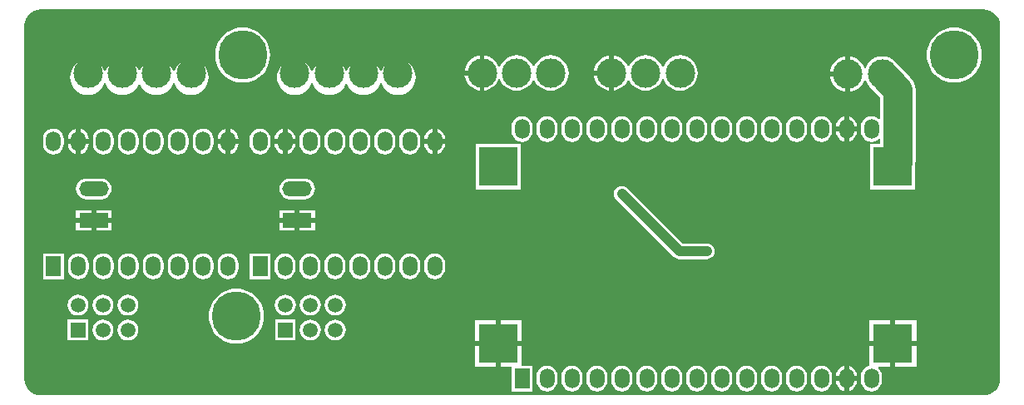
<source format=gbl>
G04*
G04 #@! TF.GenerationSoftware,Altium Limited,Altium Designer,21.6.4 (81)*
G04*
G04 Layer_Physical_Order=2*
G04 Layer_Color=16711680*
%FSLAX25Y25*%
%MOIN*%
G70*
G04*
G04 #@! TF.SameCoordinates,8F06FCA1-7B37-4D9B-8994-51CA7996DF63*
G04*
G04*
G04 #@! TF.FilePolarity,Positive*
G04*
G01*
G75*
%ADD28C,0.03937*%
%ADD32O,0.05906X0.07874*%
%ADD33R,0.05906X0.07874*%
%ADD34C,0.11811*%
%ADD35C,0.19685*%
%ADD36C,0.05906*%
%ADD37R,0.05906X0.05906*%
%ADD38O,0.11811X0.05906*%
%ADD39R,0.11811X0.05906*%
%ADD40C,0.03150*%
%ADD41R,0.15748X0.15748*%
%ADD42C,0.11811*%
G36*
X190240Y195329D02*
X191455Y194961D01*
X192575Y194362D01*
X193556Y193556D01*
X194362Y192575D01*
X194961Y191455D01*
X195329Y190240D01*
X195451Y189004D01*
X195445Y188976D01*
X195445Y47244D01*
X195451Y47217D01*
X195329Y45981D01*
X194961Y44765D01*
X194362Y43646D01*
X193556Y42664D01*
X192575Y41859D01*
X191455Y41260D01*
X190240Y40891D01*
X189004Y40769D01*
X188976Y40775D01*
X-188976D01*
X-189004Y40769D01*
X-190240Y40891D01*
X-191455Y41260D01*
X-192575Y41859D01*
X-193556Y42664D01*
X-194362Y43646D01*
X-194961Y44765D01*
X-195329Y45981D01*
X-195451Y47216D01*
X-195446Y47244D01*
X-195446Y188479D01*
X-195445Y188976D01*
X-195406Y189460D01*
X-195329Y190240D01*
X-194961Y191455D01*
X-194362Y192575D01*
X-193556Y193556D01*
X-192575Y194362D01*
X-191455Y194961D01*
X-190240Y195329D01*
X-189004Y195451D01*
X-188976Y195445D01*
X188976Y195445D01*
X189004Y195451D01*
X190240Y195329D01*
D02*
G37*
%LPC*%
G36*
X67279Y177121D02*
X65890Y176984D01*
X64555Y176579D01*
X63323Y175921D01*
X62244Y175035D01*
X61359Y173956D01*
X60701Y172725D01*
X60640Y172524D01*
X60140D01*
X60079Y172725D01*
X59421Y173956D01*
X58535Y175035D01*
X57456Y175921D01*
X56225Y176579D01*
X54889Y176984D01*
X53500Y177121D01*
X52111Y176984D01*
X50775Y176579D01*
X49544Y175921D01*
X48465Y175035D01*
X47579Y173956D01*
X46921Y172725D01*
X46860Y172524D01*
X46360D01*
X46299Y172725D01*
X45641Y173956D01*
X44756Y175035D01*
X43677Y175921D01*
X42445Y176579D01*
X41110Y176984D01*
X40705Y177024D01*
Y170000D01*
X39720D01*
D01*
X40705D01*
Y162976D01*
X41110Y163016D01*
X42445Y163421D01*
X43677Y164079D01*
X44756Y164965D01*
X45641Y166044D01*
X46299Y167275D01*
X46360Y167476D01*
X46860D01*
X46921Y167275D01*
X47579Y166044D01*
X48465Y164965D01*
X49544Y164079D01*
X50775Y163421D01*
X52111Y163016D01*
X53500Y162879D01*
X54889Y163016D01*
X56225Y163421D01*
X57456Y164079D01*
X58535Y164965D01*
X59421Y166044D01*
X60079Y167275D01*
X60140Y167476D01*
X60640D01*
X60701Y167275D01*
X61359Y166044D01*
X62244Y164965D01*
X63323Y164079D01*
X64555Y163421D01*
X65890Y163016D01*
X67279Y162879D01*
X68669Y163016D01*
X70005Y163421D01*
X71236Y164079D01*
X72315Y164965D01*
X73200Y166044D01*
X73858Y167275D01*
X74264Y168611D01*
X74400Y170000D01*
X74264Y171389D01*
X73858Y172725D01*
X73200Y173956D01*
X72315Y175035D01*
X71236Y175921D01*
X70005Y176579D01*
X68669Y176984D01*
X67279Y177121D01*
D02*
G37*
G36*
X15500D02*
X14111Y176984D01*
X12775Y176579D01*
X11544Y175921D01*
X10465Y175035D01*
X9579Y173956D01*
X8921Y172725D01*
X8860Y172524D01*
X8360D01*
X8299Y172725D01*
X7641Y173956D01*
X6756Y175035D01*
X5677Y175921D01*
X4445Y176579D01*
X3110Y176984D01*
X1720Y177121D01*
X331Y176984D01*
X-1005Y176579D01*
X-2236Y175921D01*
X-3315Y175035D01*
X-4200Y173956D01*
X-4858Y172725D01*
X-4919Y172524D01*
X-5419D01*
X-5480Y172725D01*
X-6138Y173956D01*
X-7024Y175035D01*
X-8103Y175921D01*
X-9334Y176579D01*
X-10670Y176984D01*
X-11075Y177024D01*
Y170000D01*
Y162976D01*
X-10670Y163016D01*
X-9334Y163421D01*
X-8103Y164079D01*
X-7024Y164965D01*
X-6138Y166044D01*
X-5480Y167275D01*
X-5419Y167476D01*
X-4919D01*
X-4858Y167275D01*
X-4200Y166044D01*
X-3315Y164965D01*
X-2236Y164079D01*
X-1005Y163421D01*
X331Y163016D01*
X1720Y162879D01*
X3110Y163016D01*
X4445Y163421D01*
X5677Y164079D01*
X6756Y164965D01*
X7641Y166044D01*
X8299Y167275D01*
X8360Y167476D01*
X8860D01*
X8921Y167275D01*
X9579Y166044D01*
X10465Y164965D01*
X11544Y164079D01*
X12775Y163421D01*
X14111Y163016D01*
X15500Y162879D01*
X16889Y163016D01*
X18225Y163421D01*
X19456Y164079D01*
X20535Y164965D01*
X21421Y166044D01*
X22079Y167275D01*
X22484Y168611D01*
X22621Y170000D01*
X22484Y171389D01*
X22079Y172725D01*
X21421Y173956D01*
X20535Y175035D01*
X19456Y175921D01*
X18225Y176579D01*
X16889Y176984D01*
X15500Y177121D01*
D02*
G37*
G36*
X148280Y176621D02*
X146890Y176484D01*
X145554Y176079D01*
X144323Y175421D01*
X143244Y174535D01*
X142359Y173456D01*
X141701Y172225D01*
X141640Y172024D01*
X141140D01*
X141079Y172225D01*
X140421Y173456D01*
X139535Y174535D01*
X138456Y175421D01*
X137225Y176079D01*
X135889Y176484D01*
X135484Y176524D01*
Y169500D01*
Y162476D01*
X135889Y162516D01*
X137225Y162921D01*
X138456Y163579D01*
X139535Y164465D01*
X140421Y165544D01*
X141079Y166775D01*
X141140Y166976D01*
X141640D01*
X141701Y166775D01*
X142359Y165544D01*
X143244Y164465D01*
X147379Y160330D01*
Y151591D01*
X147078Y151489D01*
X146879Y151455D01*
X146045Y152094D01*
X145040Y152511D01*
X143961Y152653D01*
X142882Y152511D01*
X141876Y152094D01*
X141012Y151432D01*
X140350Y150568D01*
X139933Y149563D01*
X139791Y148483D01*
Y146515D01*
X139933Y145436D01*
X140350Y144430D01*
X141012Y143567D01*
X141876Y142904D01*
X142882Y142487D01*
X143961Y142345D01*
X145040Y142487D01*
X146045Y142904D01*
X146879Y143544D01*
X147078Y143509D01*
X147379Y143407D01*
Y141488D01*
X143480D01*
Y123378D01*
X161591D01*
Y134089D01*
X161621Y134398D01*
Y163279D01*
X161484Y164669D01*
X161079Y166005D01*
X160421Y167236D01*
X159535Y168315D01*
X159535Y168315D01*
X153315Y174535D01*
X152236Y175421D01*
X151005Y176079D01*
X149669Y176484D01*
X148280Y176621D01*
D02*
G37*
G36*
X38736Y177024D02*
X38331Y176984D01*
X36995Y176579D01*
X35764Y175921D01*
X34685Y175035D01*
X33800Y173956D01*
X33142Y172725D01*
X32736Y171389D01*
X32697Y170984D01*
X38736D01*
Y177024D01*
D02*
G37*
G36*
X-13043D02*
X-13448Y176984D01*
X-14784Y176579D01*
X-16015Y175921D01*
X-17094Y175035D01*
X-17980Y173956D01*
X-18638Y172725D01*
X-19043Y171389D01*
X-19083Y170984D01*
X-13043D01*
Y177024D01*
D02*
G37*
G36*
X-45750Y175400D02*
X-47139Y175264D01*
X-48475Y174858D01*
X-49706Y174200D01*
X-50785Y173315D01*
X-51671Y172236D01*
X-52329Y171005D01*
X-52390Y170804D01*
X-52890D01*
X-52951Y171005D01*
X-53609Y172236D01*
X-54494Y173315D01*
X-55573Y174200D01*
X-56805Y174858D01*
X-58140Y175264D01*
X-59530Y175400D01*
X-60919Y175264D01*
X-62255Y174858D01*
X-63486Y174200D01*
X-64565Y173315D01*
X-65450Y172236D01*
X-66108Y171005D01*
X-66169Y170804D01*
X-66669D01*
X-66730Y171005D01*
X-67388Y172236D01*
X-68274Y173315D01*
X-69353Y174200D01*
X-70584Y174858D01*
X-71920Y175264D01*
X-73309Y175400D01*
X-74698Y175264D01*
X-76034Y174858D01*
X-77265Y174200D01*
X-78344Y173315D01*
X-79230Y172236D01*
X-79888Y171005D01*
X-79949Y170804D01*
X-80449D01*
X-80510Y171005D01*
X-81168Y172236D01*
X-82053Y173315D01*
X-83132Y174200D01*
X-84364Y174858D01*
X-85699Y175264D01*
X-87089Y175400D01*
X-88478Y175264D01*
X-89814Y174858D01*
X-91045Y174200D01*
X-92124Y173315D01*
X-93009Y172236D01*
X-93667Y171005D01*
X-94073Y169669D01*
X-94209Y168280D01*
X-94073Y166890D01*
X-93667Y165554D01*
X-93009Y164323D01*
X-92124Y163244D01*
X-91045Y162359D01*
X-89814Y161701D01*
X-88478Y161295D01*
X-87089Y161159D01*
X-85699Y161295D01*
X-84364Y161701D01*
X-83132Y162359D01*
X-82053Y163244D01*
X-81168Y164323D01*
X-80510Y165554D01*
X-80449Y165755D01*
X-79949D01*
X-79888Y165554D01*
X-79230Y164323D01*
X-78344Y163244D01*
X-77265Y162359D01*
X-76034Y161701D01*
X-74698Y161295D01*
X-73309Y161159D01*
X-71920Y161295D01*
X-70584Y161701D01*
X-69353Y162359D01*
X-68274Y163244D01*
X-67388Y164323D01*
X-66730Y165554D01*
X-66669Y165755D01*
X-66169D01*
X-66108Y165554D01*
X-65450Y164323D01*
X-64565Y163244D01*
X-63486Y162359D01*
X-62255Y161701D01*
X-60919Y161295D01*
X-59530Y161159D01*
X-58140Y161295D01*
X-56805Y161701D01*
X-55573Y162359D01*
X-54494Y163244D01*
X-53609Y164323D01*
X-52951Y165554D01*
X-52890Y165755D01*
X-52390D01*
X-52329Y165554D01*
X-51671Y164323D01*
X-50785Y163244D01*
X-49706Y162359D01*
X-48475Y161701D01*
X-47139Y161295D01*
X-45750Y161159D01*
X-44361Y161295D01*
X-43025Y161701D01*
X-41794Y162359D01*
X-40715Y163244D01*
X-39829Y164323D01*
X-39171Y165554D01*
X-38766Y166890D01*
X-38629Y168280D01*
X-38766Y169669D01*
X-39171Y171005D01*
X-39829Y172236D01*
X-40715Y173315D01*
X-41794Y174200D01*
X-43025Y174858D01*
X-44361Y175264D01*
X-45750Y175400D01*
D02*
G37*
G36*
X-128720D02*
X-130110Y175264D01*
X-131446Y174858D01*
X-132677Y174200D01*
X-133756Y173315D01*
X-134641Y172236D01*
X-135299Y171005D01*
X-135360Y170804D01*
X-135860D01*
X-135921Y171005D01*
X-136579Y172236D01*
X-137465Y173315D01*
X-138544Y174200D01*
X-139775Y174858D01*
X-141111Y175264D01*
X-142500Y175400D01*
X-143889Y175264D01*
X-145225Y174858D01*
X-146456Y174200D01*
X-147535Y173315D01*
X-148421Y172236D01*
X-149079Y171005D01*
X-149140Y170804D01*
X-149640D01*
X-149701Y171005D01*
X-150359Y172236D01*
X-151244Y173315D01*
X-152323Y174200D01*
X-153554Y174858D01*
X-154890Y175264D01*
X-156280Y175400D01*
X-157669Y175264D01*
X-159005Y174858D01*
X-160236Y174200D01*
X-161315Y173315D01*
X-162200Y172236D01*
X-162858Y171005D01*
X-162919Y170804D01*
X-163419D01*
X-163480Y171005D01*
X-164138Y172236D01*
X-165024Y173315D01*
X-166103Y174200D01*
X-167334Y174858D01*
X-168670Y175264D01*
X-170059Y175400D01*
X-171448Y175264D01*
X-172784Y174858D01*
X-174015Y174200D01*
X-175094Y173315D01*
X-175980Y172236D01*
X-176638Y171005D01*
X-177043Y169669D01*
X-177180Y168280D01*
X-177043Y166890D01*
X-176638Y165554D01*
X-175980Y164323D01*
X-175094Y163244D01*
X-174015Y162359D01*
X-172784Y161701D01*
X-171448Y161295D01*
X-170059Y161159D01*
X-168670Y161295D01*
X-167334Y161701D01*
X-166103Y162359D01*
X-165024Y163244D01*
X-164138Y164323D01*
X-163480Y165554D01*
X-163419Y165755D01*
X-162919D01*
X-162858Y165554D01*
X-162200Y164323D01*
X-161315Y163244D01*
X-160236Y162359D01*
X-159005Y161701D01*
X-157669Y161295D01*
X-156280Y161159D01*
X-154890Y161295D01*
X-153554Y161701D01*
X-152323Y162359D01*
X-151244Y163244D01*
X-150359Y164323D01*
X-149701Y165554D01*
X-149640Y165755D01*
X-149140D01*
X-149079Y165554D01*
X-148421Y164323D01*
X-147535Y163244D01*
X-146456Y162359D01*
X-145225Y161701D01*
X-143889Y161295D01*
X-142500Y161159D01*
X-141111Y161295D01*
X-139775Y161701D01*
X-138544Y162359D01*
X-137465Y163244D01*
X-136579Y164323D01*
X-135921Y165554D01*
X-135860Y165755D01*
X-135360D01*
X-135299Y165554D01*
X-134641Y164323D01*
X-133756Y163244D01*
X-132677Y162359D01*
X-131446Y161701D01*
X-130110Y161295D01*
X-128720Y161159D01*
X-127331Y161295D01*
X-125995Y161701D01*
X-124764Y162359D01*
X-123685Y163244D01*
X-122800Y164323D01*
X-122142Y165554D01*
X-121736Y166890D01*
X-121600Y168280D01*
X-121736Y169669D01*
X-122142Y171005D01*
X-122800Y172236D01*
X-123685Y173315D01*
X-124764Y174200D01*
X-125995Y174858D01*
X-127331Y175264D01*
X-128720Y175400D01*
D02*
G37*
G36*
X133516Y176524D02*
X133111Y176484D01*
X131775Y176079D01*
X130544Y175421D01*
X129465Y174535D01*
X128579Y173456D01*
X127921Y172225D01*
X127516Y170889D01*
X127476Y170484D01*
X133516D01*
Y176524D01*
D02*
G37*
G36*
X177165Y188223D02*
X175435Y188087D01*
X173748Y187682D01*
X172145Y187018D01*
X170666Y186111D01*
X169346Y184984D01*
X168219Y183665D01*
X167313Y182185D01*
X166649Y180582D01*
X166244Y178895D01*
X166108Y177165D01*
X166244Y175435D01*
X166649Y173748D01*
X167313Y172145D01*
X168219Y170666D01*
X169346Y169346D01*
X170666Y168219D01*
X172145Y167313D01*
X173748Y166649D01*
X175435Y166244D01*
X177165Y166108D01*
X178895Y166244D01*
X180582Y166649D01*
X182185Y167313D01*
X183665Y168219D01*
X184984Y169346D01*
X186111Y170666D01*
X187018Y172145D01*
X187682Y173748D01*
X188087Y175435D01*
X188223Y177165D01*
X188087Y178895D01*
X187682Y180582D01*
X187018Y182185D01*
X186111Y183665D01*
X184984Y184984D01*
X183665Y186111D01*
X182185Y187018D01*
X180582Y187682D01*
X178895Y188087D01*
X177165Y188223D01*
D02*
G37*
G36*
X-108000D02*
X-109730Y188087D01*
X-111417Y187682D01*
X-113020Y187018D01*
X-114500Y186111D01*
X-115819Y184984D01*
X-116946Y183665D01*
X-117852Y182185D01*
X-118517Y180582D01*
X-118922Y178895D01*
X-119058Y177165D01*
X-118922Y175435D01*
X-118517Y173748D01*
X-117852Y172145D01*
X-116946Y170666D01*
X-115819Y169346D01*
X-114500Y168219D01*
X-113020Y167313D01*
X-111417Y166649D01*
X-109730Y166244D01*
X-108000Y166108D01*
X-106270Y166244D01*
X-104583Y166649D01*
X-102980Y167313D01*
X-101500Y168219D01*
X-100181Y169346D01*
X-99054Y170666D01*
X-98147Y172145D01*
X-97483Y173748D01*
X-97078Y175435D01*
X-96942Y177165D01*
X-97078Y178895D01*
X-97483Y180582D01*
X-98147Y182185D01*
X-99054Y183665D01*
X-100181Y184984D01*
X-101500Y186111D01*
X-102980Y187018D01*
X-104583Y187682D01*
X-106270Y188087D01*
X-108000Y188223D01*
D02*
G37*
G36*
X38736Y169016D02*
X32697D01*
X32736Y168611D01*
X33142Y167275D01*
X33800Y166044D01*
X34685Y164965D01*
X35764Y164079D01*
X36995Y163421D01*
X38331Y163016D01*
X38736Y162976D01*
Y169016D01*
D02*
G37*
G36*
X-13043D02*
X-19083D01*
X-19043Y168611D01*
X-18638Y167275D01*
X-17980Y166044D01*
X-17094Y164965D01*
X-16015Y164079D01*
X-14784Y163421D01*
X-13448Y163016D01*
X-13043Y162976D01*
Y169016D01*
D02*
G37*
G36*
X133516Y168516D02*
X127476D01*
X127516Y168111D01*
X127921Y166775D01*
X128579Y165544D01*
X129465Y164465D01*
X130544Y163579D01*
X131775Y162921D01*
X133111Y162516D01*
X133516Y162476D01*
Y168516D01*
D02*
G37*
G36*
X134945Y152523D02*
Y148483D01*
X138130D01*
Y148483D01*
X137988Y149563D01*
X137572Y150568D01*
X136909Y151432D01*
X136045Y152094D01*
X135040Y152511D01*
X134945Y152523D01*
D02*
G37*
G36*
X132976D02*
X132881Y152511D01*
X131876Y152094D01*
X131012Y151432D01*
X130350Y150568D01*
X129933Y149563D01*
X129791Y148483D01*
Y148483D01*
X132976D01*
Y152523D01*
D02*
G37*
G36*
X-30055Y147524D02*
Y143484D01*
X-26870D01*
Y143484D01*
X-27012Y144563D01*
X-27428Y145569D01*
X-28091Y146433D01*
X-28955Y147095D01*
X-29960Y147512D01*
X-30055Y147524D01*
D02*
G37*
G36*
X-90055D02*
Y143484D01*
X-86870D01*
Y143484D01*
X-87012Y144563D01*
X-87428Y145569D01*
X-88091Y146433D01*
X-88955Y147095D01*
X-89960Y147512D01*
X-90055Y147524D01*
D02*
G37*
G36*
X-112805D02*
Y143484D01*
X-109620D01*
Y143484D01*
X-109762Y144563D01*
X-110178Y145569D01*
X-110841Y146433D01*
X-111705Y147095D01*
X-112710Y147512D01*
X-112805Y147524D01*
D02*
G37*
G36*
X-172805D02*
Y143484D01*
X-169620D01*
Y143484D01*
X-169762Y144563D01*
X-170178Y145569D01*
X-170841Y146433D01*
X-171705Y147095D01*
X-172710Y147512D01*
X-172805Y147524D01*
D02*
G37*
G36*
X-32024Y147524D02*
X-32119Y147512D01*
X-33124Y147095D01*
X-33988Y146433D01*
X-34650Y145569D01*
X-35067Y144563D01*
X-35209Y143484D01*
Y143484D01*
X-32024D01*
Y147524D01*
D02*
G37*
G36*
X-92024D02*
X-92119Y147512D01*
X-93124Y147095D01*
X-93988Y146433D01*
X-94650Y145569D01*
X-95067Y144563D01*
X-95209Y143484D01*
Y143484D01*
X-92024D01*
Y147524D01*
D02*
G37*
G36*
X-114774D02*
X-114869Y147512D01*
X-115874Y147095D01*
X-116738Y146433D01*
X-117400Y145569D01*
X-117817Y144563D01*
X-117959Y143484D01*
Y143484D01*
X-114774D01*
Y147524D01*
D02*
G37*
G36*
X-174774D02*
X-174869Y147512D01*
X-175874Y147095D01*
X-176738Y146433D01*
X-177400Y145569D01*
X-177817Y144563D01*
X-177959Y143484D01*
Y143484D01*
X-174774D01*
Y147524D01*
D02*
G37*
G36*
X138130Y146515D02*
X134945D01*
Y142475D01*
X135040Y142487D01*
X136045Y142904D01*
X136909Y143567D01*
X137572Y144430D01*
X137988Y145436D01*
X138130Y146515D01*
Y146515D01*
D02*
G37*
G36*
X132976D02*
X129791D01*
Y146515D01*
X129933Y145436D01*
X130350Y144430D01*
X131012Y143567D01*
X131876Y142904D01*
X132881Y142487D01*
X132976Y142475D01*
Y146515D01*
D02*
G37*
G36*
X123961Y152653D02*
X122881Y152511D01*
X121876Y152094D01*
X121012Y151432D01*
X120350Y150568D01*
X119933Y149563D01*
X119791Y148483D01*
Y146515D01*
X119933Y145436D01*
X120350Y144430D01*
X121012Y143567D01*
X121876Y142904D01*
X122881Y142487D01*
X123961Y142345D01*
X125040Y142487D01*
X126045Y142904D01*
X126909Y143567D01*
X127571Y144430D01*
X127988Y145436D01*
X128130Y146515D01*
Y148483D01*
X127988Y149563D01*
X127571Y150568D01*
X126909Y151432D01*
X126045Y152094D01*
X125040Y152511D01*
X123961Y152653D01*
D02*
G37*
G36*
X113961D02*
X112882Y152511D01*
X111876Y152094D01*
X111012Y151432D01*
X110350Y150568D01*
X109933Y149563D01*
X109791Y148483D01*
Y146515D01*
X109933Y145436D01*
X110350Y144430D01*
X111012Y143567D01*
X111876Y142904D01*
X112882Y142487D01*
X113961Y142345D01*
X115040Y142487D01*
X116045Y142904D01*
X116909Y143567D01*
X117571Y144430D01*
X117988Y145436D01*
X118130Y146515D01*
Y148483D01*
X117988Y149563D01*
X117571Y150568D01*
X116909Y151432D01*
X116045Y152094D01*
X115040Y152511D01*
X113961Y152653D01*
D02*
G37*
G36*
X103961D02*
X102882Y152511D01*
X101876Y152094D01*
X101012Y151432D01*
X100350Y150568D01*
X99933Y149563D01*
X99791Y148483D01*
Y146515D01*
X99933Y145436D01*
X100350Y144430D01*
X101012Y143567D01*
X101876Y142904D01*
X102882Y142487D01*
X103961Y142345D01*
X105040Y142487D01*
X106045Y142904D01*
X106909Y143567D01*
X107571Y144430D01*
X107988Y145436D01*
X108130Y146515D01*
Y148483D01*
X107988Y149563D01*
X107571Y150568D01*
X106909Y151432D01*
X106045Y152094D01*
X105040Y152511D01*
X103961Y152653D01*
D02*
G37*
G36*
X93961D02*
X92882Y152511D01*
X91876Y152094D01*
X91012Y151432D01*
X90350Y150568D01*
X89933Y149563D01*
X89791Y148483D01*
Y146515D01*
X89933Y145436D01*
X90350Y144430D01*
X91012Y143567D01*
X91876Y142904D01*
X92882Y142487D01*
X93961Y142345D01*
X95040Y142487D01*
X96045Y142904D01*
X96909Y143567D01*
X97571Y144430D01*
X97988Y145436D01*
X98130Y146515D01*
Y148483D01*
X97988Y149563D01*
X97571Y150568D01*
X96909Y151432D01*
X96045Y152094D01*
X95040Y152511D01*
X93961Y152653D01*
D02*
G37*
G36*
X83961D02*
X82881Y152511D01*
X81876Y152094D01*
X81012Y151432D01*
X80350Y150568D01*
X79933Y149563D01*
X79791Y148483D01*
Y146515D01*
X79933Y145436D01*
X80350Y144430D01*
X81012Y143567D01*
X81876Y142904D01*
X82881Y142487D01*
X83961Y142345D01*
X85040Y142487D01*
X86045Y142904D01*
X86909Y143567D01*
X87572Y144430D01*
X87988Y145436D01*
X88130Y146515D01*
Y148483D01*
X87988Y149563D01*
X87572Y150568D01*
X86909Y151432D01*
X86045Y152094D01*
X85040Y152511D01*
X83961Y152653D01*
D02*
G37*
G36*
X73961D02*
X72882Y152511D01*
X71876Y152094D01*
X71012Y151432D01*
X70350Y150568D01*
X69933Y149563D01*
X69791Y148483D01*
Y146515D01*
X69933Y145436D01*
X70350Y144430D01*
X71012Y143567D01*
X71876Y142904D01*
X72882Y142487D01*
X73961Y142345D01*
X75040Y142487D01*
X76045Y142904D01*
X76909Y143567D01*
X77571Y144430D01*
X77988Y145436D01*
X78130Y146515D01*
Y148483D01*
X77988Y149563D01*
X77571Y150568D01*
X76909Y151432D01*
X76045Y152094D01*
X75040Y152511D01*
X73961Y152653D01*
D02*
G37*
G36*
X63961D02*
X62881Y152511D01*
X61876Y152094D01*
X61012Y151432D01*
X60350Y150568D01*
X59933Y149563D01*
X59791Y148483D01*
Y146515D01*
X59933Y145436D01*
X60350Y144430D01*
X61012Y143567D01*
X61876Y142904D01*
X62881Y142487D01*
X63961Y142345D01*
X65040Y142487D01*
X66045Y142904D01*
X66909Y143567D01*
X67572Y144430D01*
X67988Y145436D01*
X68130Y146515D01*
Y148483D01*
X67988Y149563D01*
X67572Y150568D01*
X66909Y151432D01*
X66045Y152094D01*
X65040Y152511D01*
X63961Y152653D01*
D02*
G37*
G36*
X53961D02*
X52881Y152511D01*
X51876Y152094D01*
X51012Y151432D01*
X50350Y150568D01*
X49933Y149563D01*
X49791Y148483D01*
Y146515D01*
X49933Y145436D01*
X50350Y144430D01*
X51012Y143567D01*
X51876Y142904D01*
X52881Y142487D01*
X53961Y142345D01*
X55040Y142487D01*
X56045Y142904D01*
X56909Y143567D01*
X57572Y144430D01*
X57988Y145436D01*
X58130Y146515D01*
Y148483D01*
X57988Y149563D01*
X57572Y150568D01*
X56909Y151432D01*
X56045Y152094D01*
X55040Y152511D01*
X53961Y152653D01*
D02*
G37*
G36*
X43961D02*
X42882Y152511D01*
X41876Y152094D01*
X41012Y151432D01*
X40350Y150568D01*
X39933Y149563D01*
X39791Y148483D01*
Y146515D01*
X39933Y145436D01*
X40350Y144430D01*
X41012Y143567D01*
X41876Y142904D01*
X42882Y142487D01*
X43961Y142345D01*
X45040Y142487D01*
X46045Y142904D01*
X46909Y143567D01*
X47572Y144430D01*
X47988Y145436D01*
X48130Y146515D01*
Y148483D01*
X47988Y149563D01*
X47572Y150568D01*
X46909Y151432D01*
X46045Y152094D01*
X45040Y152511D01*
X43961Y152653D01*
D02*
G37*
G36*
X33961D02*
X32882Y152511D01*
X31876Y152094D01*
X31012Y151432D01*
X30350Y150568D01*
X29933Y149563D01*
X29791Y148483D01*
Y146515D01*
X29933Y145436D01*
X30350Y144430D01*
X31012Y143567D01*
X31876Y142904D01*
X32882Y142487D01*
X33961Y142345D01*
X35040Y142487D01*
X36045Y142904D01*
X36909Y143567D01*
X37571Y144430D01*
X37988Y145436D01*
X38130Y146515D01*
Y148483D01*
X37988Y149563D01*
X37571Y150568D01*
X36909Y151432D01*
X36045Y152094D01*
X35040Y152511D01*
X33961Y152653D01*
D02*
G37*
G36*
X23961D02*
X22882Y152511D01*
X21876Y152094D01*
X21012Y151432D01*
X20350Y150568D01*
X19933Y149563D01*
X19791Y148483D01*
Y146515D01*
X19933Y145436D01*
X20350Y144430D01*
X21012Y143567D01*
X21876Y142904D01*
X22882Y142487D01*
X23961Y142345D01*
X25040Y142487D01*
X26045Y142904D01*
X26909Y143567D01*
X27571Y144430D01*
X27988Y145436D01*
X28130Y146515D01*
Y148483D01*
X27988Y149563D01*
X27571Y150568D01*
X26909Y151432D01*
X26045Y152094D01*
X25040Y152511D01*
X23961Y152653D01*
D02*
G37*
G36*
X13961D02*
X12881Y152511D01*
X11876Y152094D01*
X11012Y151432D01*
X10350Y150568D01*
X9933Y149563D01*
X9791Y148483D01*
Y146515D01*
X9933Y145436D01*
X10350Y144430D01*
X11012Y143567D01*
X11876Y142904D01*
X12881Y142487D01*
X13961Y142345D01*
X15040Y142487D01*
X16045Y142904D01*
X16909Y143567D01*
X17571Y144430D01*
X17988Y145436D01*
X18130Y146515D01*
Y148483D01*
X17988Y149563D01*
X17571Y150568D01*
X16909Y151432D01*
X16045Y152094D01*
X15040Y152511D01*
X13961Y152653D01*
D02*
G37*
G36*
X3961D02*
X2881Y152511D01*
X1876Y152094D01*
X1012Y151432D01*
X350Y150568D01*
X-67Y149563D01*
X-209Y148483D01*
Y146515D01*
X-67Y145436D01*
X350Y144430D01*
X1012Y143567D01*
X1876Y142904D01*
X2881Y142487D01*
X3961Y142345D01*
X5040Y142487D01*
X6045Y142904D01*
X6909Y143567D01*
X7571Y144430D01*
X7988Y145436D01*
X8130Y146515D01*
Y148483D01*
X7988Y149563D01*
X7571Y150568D01*
X6909Y151432D01*
X6045Y152094D01*
X5040Y152511D01*
X3961Y152653D01*
D02*
G37*
G36*
X-26870Y141516D02*
X-30055D01*
Y137476D01*
X-29960Y137488D01*
X-28955Y137905D01*
X-28091Y138567D01*
X-27428Y139431D01*
X-27012Y140437D01*
X-26870Y141516D01*
Y141516D01*
D02*
G37*
G36*
X-86870D02*
X-90055D01*
Y137476D01*
X-89960Y137488D01*
X-88955Y137905D01*
X-88091Y138567D01*
X-87428Y139431D01*
X-87012Y140437D01*
X-86870Y141516D01*
Y141516D01*
D02*
G37*
G36*
X-109620D02*
X-112805D01*
Y137476D01*
X-112710Y137488D01*
X-111705Y137905D01*
X-110841Y138567D01*
X-110178Y139431D01*
X-109762Y140437D01*
X-109620Y141516D01*
Y141516D01*
D02*
G37*
G36*
X-169620D02*
X-172805D01*
Y137476D01*
X-172710Y137488D01*
X-171705Y137905D01*
X-170841Y138567D01*
X-170178Y139431D01*
X-169762Y140437D01*
X-169620Y141516D01*
Y141516D01*
D02*
G37*
G36*
X-32024D02*
X-35209D01*
Y141516D01*
X-35067Y140437D01*
X-34650Y139431D01*
X-33988Y138567D01*
X-33124Y137905D01*
X-32119Y137488D01*
X-32024Y137476D01*
Y141516D01*
D02*
G37*
G36*
X-92024D02*
X-95209D01*
Y141516D01*
X-95067Y140437D01*
X-94650Y139431D01*
X-93988Y138567D01*
X-93124Y137905D01*
X-92119Y137488D01*
X-92024Y137476D01*
Y141516D01*
D02*
G37*
G36*
X-114774D02*
X-117959D01*
Y141516D01*
X-117817Y140437D01*
X-117400Y139431D01*
X-116738Y138567D01*
X-115874Y137905D01*
X-114869Y137488D01*
X-114774Y137476D01*
Y141516D01*
D02*
G37*
G36*
X-174774D02*
X-177959D01*
Y141516D01*
X-177817Y140437D01*
X-177400Y139431D01*
X-176738Y138567D01*
X-175874Y137905D01*
X-174869Y137488D01*
X-174774Y137476D01*
Y141516D01*
D02*
G37*
G36*
X-41039Y147654D02*
X-42119Y147512D01*
X-43124Y147095D01*
X-43988Y146433D01*
X-44650Y145569D01*
X-45067Y144563D01*
X-45209Y143484D01*
Y141516D01*
X-45067Y140437D01*
X-44650Y139431D01*
X-43988Y138567D01*
X-43124Y137905D01*
X-42119Y137488D01*
X-41039Y137346D01*
X-39960Y137488D01*
X-38955Y137905D01*
X-38091Y138567D01*
X-37429Y139431D01*
X-37012Y140437D01*
X-36870Y141516D01*
Y143484D01*
X-37012Y144563D01*
X-37429Y145569D01*
X-38091Y146433D01*
X-38955Y147095D01*
X-39960Y147512D01*
X-41039Y147654D01*
D02*
G37*
G36*
X-51039D02*
X-52119Y147512D01*
X-53124Y147095D01*
X-53988Y146433D01*
X-54650Y145569D01*
X-55067Y144563D01*
X-55209Y143484D01*
Y141516D01*
X-55067Y140437D01*
X-54650Y139431D01*
X-53988Y138567D01*
X-53124Y137905D01*
X-52119Y137488D01*
X-51039Y137346D01*
X-49960Y137488D01*
X-48955Y137905D01*
X-48091Y138567D01*
X-47429Y139431D01*
X-47012Y140437D01*
X-46870Y141516D01*
Y143484D01*
X-47012Y144563D01*
X-47429Y145569D01*
X-48091Y146433D01*
X-48955Y147095D01*
X-49960Y147512D01*
X-51039Y147654D01*
D02*
G37*
G36*
X-61039D02*
X-62119Y147512D01*
X-63124Y147095D01*
X-63988Y146433D01*
X-64650Y145569D01*
X-65067Y144563D01*
X-65209Y143484D01*
Y141516D01*
X-65067Y140437D01*
X-64650Y139431D01*
X-63988Y138567D01*
X-63124Y137905D01*
X-62119Y137488D01*
X-61039Y137346D01*
X-59960Y137488D01*
X-58955Y137905D01*
X-58091Y138567D01*
X-57428Y139431D01*
X-57012Y140437D01*
X-56870Y141516D01*
Y143484D01*
X-57012Y144563D01*
X-57428Y145569D01*
X-58091Y146433D01*
X-58955Y147095D01*
X-59960Y147512D01*
X-61039Y147654D01*
D02*
G37*
G36*
X-71039D02*
X-72119Y147512D01*
X-73124Y147095D01*
X-73988Y146433D01*
X-74650Y145569D01*
X-75067Y144563D01*
X-75209Y143484D01*
Y141516D01*
X-75067Y140437D01*
X-74650Y139431D01*
X-73988Y138567D01*
X-73124Y137905D01*
X-72119Y137488D01*
X-71039Y137346D01*
X-69960Y137488D01*
X-68955Y137905D01*
X-68091Y138567D01*
X-67428Y139431D01*
X-67012Y140437D01*
X-66870Y141516D01*
Y143484D01*
X-67012Y144563D01*
X-67428Y145569D01*
X-68091Y146433D01*
X-68955Y147095D01*
X-69960Y147512D01*
X-71039Y147654D01*
D02*
G37*
G36*
X-81039D02*
X-82119Y147512D01*
X-83124Y147095D01*
X-83988Y146433D01*
X-84650Y145569D01*
X-85067Y144563D01*
X-85209Y143484D01*
Y141516D01*
X-85067Y140437D01*
X-84650Y139431D01*
X-83988Y138567D01*
X-83124Y137905D01*
X-82119Y137488D01*
X-81039Y137346D01*
X-79960Y137488D01*
X-78955Y137905D01*
X-78091Y138567D01*
X-77429Y139431D01*
X-77012Y140437D01*
X-76870Y141516D01*
Y143484D01*
X-77012Y144563D01*
X-77429Y145569D01*
X-78091Y146433D01*
X-78955Y147095D01*
X-79960Y147512D01*
X-81039Y147654D01*
D02*
G37*
G36*
X-101039D02*
X-102119Y147512D01*
X-103124Y147095D01*
X-103988Y146433D01*
X-104650Y145569D01*
X-105067Y144563D01*
X-105209Y143484D01*
Y141516D01*
X-105067Y140437D01*
X-104650Y139431D01*
X-103988Y138567D01*
X-103124Y137905D01*
X-102119Y137488D01*
X-101039Y137346D01*
X-99960Y137488D01*
X-98955Y137905D01*
X-98091Y138567D01*
X-97429Y139431D01*
X-97012Y140437D01*
X-96870Y141516D01*
Y143484D01*
X-97012Y144563D01*
X-97429Y145569D01*
X-98091Y146433D01*
X-98955Y147095D01*
X-99960Y147512D01*
X-101039Y147654D01*
D02*
G37*
G36*
X-123789D02*
X-124869Y147512D01*
X-125874Y147095D01*
X-126738Y146433D01*
X-127400Y145569D01*
X-127817Y144563D01*
X-127959Y143484D01*
Y141516D01*
X-127817Y140437D01*
X-127400Y139431D01*
X-126738Y138567D01*
X-125874Y137905D01*
X-124869Y137488D01*
X-123789Y137346D01*
X-122710Y137488D01*
X-121705Y137905D01*
X-120841Y138567D01*
X-120178Y139431D01*
X-119762Y140437D01*
X-119620Y141516D01*
Y143484D01*
X-119762Y144563D01*
X-120178Y145569D01*
X-120841Y146433D01*
X-121705Y147095D01*
X-122710Y147512D01*
X-123789Y147654D01*
D02*
G37*
G36*
X-133789D02*
X-134869Y147512D01*
X-135874Y147095D01*
X-136738Y146433D01*
X-137400Y145569D01*
X-137817Y144563D01*
X-137959Y143484D01*
Y141516D01*
X-137817Y140437D01*
X-137400Y139431D01*
X-136738Y138567D01*
X-135874Y137905D01*
X-134869Y137488D01*
X-133789Y137346D01*
X-132710Y137488D01*
X-131705Y137905D01*
X-130841Y138567D01*
X-130178Y139431D01*
X-129762Y140437D01*
X-129620Y141516D01*
Y143484D01*
X-129762Y144563D01*
X-130178Y145569D01*
X-130841Y146433D01*
X-131705Y147095D01*
X-132710Y147512D01*
X-133789Y147654D01*
D02*
G37*
G36*
X-143789D02*
X-144869Y147512D01*
X-145874Y147095D01*
X-146738Y146433D01*
X-147400Y145569D01*
X-147817Y144563D01*
X-147959Y143484D01*
Y141516D01*
X-147817Y140437D01*
X-147400Y139431D01*
X-146738Y138567D01*
X-145874Y137905D01*
X-144869Y137488D01*
X-143789Y137346D01*
X-142710Y137488D01*
X-141705Y137905D01*
X-140841Y138567D01*
X-140179Y139431D01*
X-139762Y140437D01*
X-139620Y141516D01*
Y143484D01*
X-139762Y144563D01*
X-140179Y145569D01*
X-140841Y146433D01*
X-141705Y147095D01*
X-142710Y147512D01*
X-143789Y147654D01*
D02*
G37*
G36*
X-153789D02*
X-154869Y147512D01*
X-155874Y147095D01*
X-156738Y146433D01*
X-157400Y145569D01*
X-157817Y144563D01*
X-157959Y143484D01*
Y141516D01*
X-157817Y140437D01*
X-157400Y139431D01*
X-156738Y138567D01*
X-155874Y137905D01*
X-154869Y137488D01*
X-153789Y137346D01*
X-152710Y137488D01*
X-151705Y137905D01*
X-150841Y138567D01*
X-150179Y139431D01*
X-149762Y140437D01*
X-149620Y141516D01*
Y143484D01*
X-149762Y144563D01*
X-150179Y145569D01*
X-150841Y146433D01*
X-151705Y147095D01*
X-152710Y147512D01*
X-153789Y147654D01*
D02*
G37*
G36*
X-163789D02*
X-164869Y147512D01*
X-165874Y147095D01*
X-166738Y146433D01*
X-167400Y145569D01*
X-167817Y144563D01*
X-167959Y143484D01*
Y141516D01*
X-167817Y140437D01*
X-167400Y139431D01*
X-166738Y138567D01*
X-165874Y137905D01*
X-164869Y137488D01*
X-163789Y137346D01*
X-162710Y137488D01*
X-161705Y137905D01*
X-160841Y138567D01*
X-160178Y139431D01*
X-159762Y140437D01*
X-159620Y141516D01*
Y143484D01*
X-159762Y144563D01*
X-160178Y145569D01*
X-160841Y146433D01*
X-161705Y147095D01*
X-162710Y147512D01*
X-163789Y147654D01*
D02*
G37*
G36*
X-183789D02*
X-184869Y147512D01*
X-185874Y147095D01*
X-186738Y146433D01*
X-187400Y145569D01*
X-187817Y144563D01*
X-187959Y143484D01*
Y141516D01*
X-187817Y140437D01*
X-187400Y139431D01*
X-186738Y138567D01*
X-185874Y137905D01*
X-184869Y137488D01*
X-183789Y137346D01*
X-182710Y137488D01*
X-181705Y137905D01*
X-180841Y138567D01*
X-180178Y139431D01*
X-179762Y140437D01*
X-179620Y141516D01*
Y143484D01*
X-179762Y144563D01*
X-180178Y145569D01*
X-180841Y146433D01*
X-181705Y147095D01*
X-182710Y147512D01*
X-183789Y147654D01*
D02*
G37*
G36*
X3520Y141488D02*
X-14591D01*
Y123378D01*
X3520D01*
Y141488D01*
D02*
G37*
G36*
X-83191Y127670D02*
X-89096D01*
X-90176Y127527D01*
X-91181Y127111D01*
X-92045Y126448D01*
X-92707Y125585D01*
X-93124Y124579D01*
X-93266Y123500D01*
X-93124Y122421D01*
X-92707Y121415D01*
X-92045Y120552D01*
X-91181Y119889D01*
X-90176Y119473D01*
X-89096Y119331D01*
X-83191D01*
X-82112Y119473D01*
X-81106Y119889D01*
X-80243Y120552D01*
X-79580Y121415D01*
X-79163Y122421D01*
X-79022Y123500D01*
X-79163Y124579D01*
X-79580Y125585D01*
X-80243Y126448D01*
X-81106Y127111D01*
X-82112Y127527D01*
X-83191Y127670D01*
D02*
G37*
G36*
X-164691D02*
X-170597D01*
X-171676Y127527D01*
X-172681Y127111D01*
X-173545Y126448D01*
X-174207Y125585D01*
X-174624Y124579D01*
X-174766Y123500D01*
X-174624Y122421D01*
X-174207Y121415D01*
X-173545Y120552D01*
X-172681Y119889D01*
X-171676Y119473D01*
X-170597Y119331D01*
X-164691D01*
X-163612Y119473D01*
X-162606Y119889D01*
X-161743Y120552D01*
X-161080Y121415D01*
X-160664Y122421D01*
X-160521Y123500D01*
X-160664Y124579D01*
X-161080Y125585D01*
X-161743Y126448D01*
X-162606Y127111D01*
X-163612Y127527D01*
X-164691Y127670D01*
D02*
G37*
G36*
X-79057Y115035D02*
X-85159D01*
Y111886D01*
X-79057D01*
Y115035D01*
D02*
G37*
G36*
X-160557D02*
X-166659D01*
Y111886D01*
X-160557D01*
Y115035D01*
D02*
G37*
G36*
X-168628D02*
X-174730D01*
Y111886D01*
X-168628D01*
Y115035D01*
D02*
G37*
G36*
X-87128D02*
X-93230D01*
Y111886D01*
X-87128D01*
Y115035D01*
D02*
G37*
G36*
X-79057Y109917D02*
X-85159D01*
Y106768D01*
X-79057D01*
Y109917D01*
D02*
G37*
G36*
X-87128D02*
X-93230D01*
Y106768D01*
X-87128D01*
Y109917D01*
D02*
G37*
G36*
X-160557D02*
X-166659D01*
Y106768D01*
X-160557D01*
Y109917D01*
D02*
G37*
G36*
X-168628D02*
X-174730D01*
Y106768D01*
X-168628D01*
Y109917D01*
D02*
G37*
G36*
X44000Y124677D02*
X43178Y124568D01*
X42412Y124251D01*
X41754Y123746D01*
X41249Y123088D01*
X40931Y122322D01*
X40823Y121500D01*
X40931Y120678D01*
X41249Y119912D01*
X41754Y119254D01*
X64754Y96254D01*
X65412Y95749D01*
X66178Y95432D01*
X67000Y95323D01*
X78000D01*
X78822Y95432D01*
X79588Y95749D01*
X80246Y96254D01*
X80751Y96912D01*
X81068Y97678D01*
X81177Y98500D01*
X81068Y99322D01*
X80751Y100088D01*
X80246Y100746D01*
X79588Y101251D01*
X78822Y101568D01*
X78000Y101677D01*
X68316D01*
X46246Y123746D01*
X45588Y124251D01*
X44822Y124568D01*
X44000Y124677D01*
D02*
G37*
G36*
X-96906Y97618D02*
X-105173D01*
Y87382D01*
X-96906D01*
Y97618D01*
D02*
G37*
G36*
X-179656D02*
X-187923D01*
Y87382D01*
X-179656D01*
Y97618D01*
D02*
G37*
G36*
X-31039Y97654D02*
X-32119Y97512D01*
X-33124Y97095D01*
X-33988Y96433D01*
X-34650Y95569D01*
X-35067Y94563D01*
X-35209Y93484D01*
Y91516D01*
X-35067Y90437D01*
X-34650Y89431D01*
X-33988Y88567D01*
X-33124Y87905D01*
X-32119Y87488D01*
X-31039Y87346D01*
X-29960Y87488D01*
X-28955Y87905D01*
X-28091Y88567D01*
X-27428Y89431D01*
X-27012Y90437D01*
X-26870Y91516D01*
Y93484D01*
X-27012Y94563D01*
X-27428Y95569D01*
X-28091Y96433D01*
X-28955Y97095D01*
X-29960Y97512D01*
X-31039Y97654D01*
D02*
G37*
G36*
X-41039D02*
X-42119Y97512D01*
X-43124Y97095D01*
X-43988Y96433D01*
X-44650Y95569D01*
X-45067Y94563D01*
X-45209Y93484D01*
Y91516D01*
X-45067Y90437D01*
X-44650Y89431D01*
X-43988Y88567D01*
X-43124Y87905D01*
X-42119Y87488D01*
X-41039Y87346D01*
X-39960Y87488D01*
X-38955Y87905D01*
X-38091Y88567D01*
X-37429Y89431D01*
X-37012Y90437D01*
X-36870Y91516D01*
Y93484D01*
X-37012Y94563D01*
X-37429Y95569D01*
X-38091Y96433D01*
X-38955Y97095D01*
X-39960Y97512D01*
X-41039Y97654D01*
D02*
G37*
G36*
X-51039D02*
X-52119Y97512D01*
X-53124Y97095D01*
X-53988Y96433D01*
X-54650Y95569D01*
X-55067Y94563D01*
X-55209Y93484D01*
Y91516D01*
X-55067Y90437D01*
X-54650Y89431D01*
X-53988Y88567D01*
X-53124Y87905D01*
X-52119Y87488D01*
X-51039Y87346D01*
X-49960Y87488D01*
X-48955Y87905D01*
X-48091Y88567D01*
X-47429Y89431D01*
X-47012Y90437D01*
X-46870Y91516D01*
Y93484D01*
X-47012Y94563D01*
X-47429Y95569D01*
X-48091Y96433D01*
X-48955Y97095D01*
X-49960Y97512D01*
X-51039Y97654D01*
D02*
G37*
G36*
X-61039D02*
X-62119Y97512D01*
X-63124Y97095D01*
X-63988Y96433D01*
X-64650Y95569D01*
X-65067Y94563D01*
X-65209Y93484D01*
Y91516D01*
X-65067Y90437D01*
X-64650Y89431D01*
X-63988Y88567D01*
X-63124Y87905D01*
X-62119Y87488D01*
X-61039Y87346D01*
X-59960Y87488D01*
X-58955Y87905D01*
X-58091Y88567D01*
X-57428Y89431D01*
X-57012Y90437D01*
X-56870Y91516D01*
Y93484D01*
X-57012Y94563D01*
X-57428Y95569D01*
X-58091Y96433D01*
X-58955Y97095D01*
X-59960Y97512D01*
X-61039Y97654D01*
D02*
G37*
G36*
X-71039D02*
X-72119Y97512D01*
X-73124Y97095D01*
X-73988Y96433D01*
X-74650Y95569D01*
X-75067Y94563D01*
X-75209Y93484D01*
Y91516D01*
X-75067Y90437D01*
X-74650Y89431D01*
X-73988Y88567D01*
X-73124Y87905D01*
X-72119Y87488D01*
X-71039Y87346D01*
X-69960Y87488D01*
X-68955Y87905D01*
X-68091Y88567D01*
X-67428Y89431D01*
X-67012Y90437D01*
X-66870Y91516D01*
Y93484D01*
X-67012Y94563D01*
X-67428Y95569D01*
X-68091Y96433D01*
X-68955Y97095D01*
X-69960Y97512D01*
X-71039Y97654D01*
D02*
G37*
G36*
X-81039D02*
X-82119Y97512D01*
X-83124Y97095D01*
X-83988Y96433D01*
X-84650Y95569D01*
X-85067Y94563D01*
X-85209Y93484D01*
Y91516D01*
X-85067Y90437D01*
X-84650Y89431D01*
X-83988Y88567D01*
X-83124Y87905D01*
X-82119Y87488D01*
X-81039Y87346D01*
X-79960Y87488D01*
X-78955Y87905D01*
X-78091Y88567D01*
X-77429Y89431D01*
X-77012Y90437D01*
X-76870Y91516D01*
Y93484D01*
X-77012Y94563D01*
X-77429Y95569D01*
X-78091Y96433D01*
X-78955Y97095D01*
X-79960Y97512D01*
X-81039Y97654D01*
D02*
G37*
G36*
X-91039D02*
X-92119Y97512D01*
X-93124Y97095D01*
X-93988Y96433D01*
X-94650Y95569D01*
X-95067Y94563D01*
X-95209Y93484D01*
Y91516D01*
X-95067Y90437D01*
X-94650Y89431D01*
X-93988Y88567D01*
X-93124Y87905D01*
X-92119Y87488D01*
X-91039Y87346D01*
X-89960Y87488D01*
X-88955Y87905D01*
X-88091Y88567D01*
X-87428Y89431D01*
X-87012Y90437D01*
X-86870Y91516D01*
Y93484D01*
X-87012Y94563D01*
X-87428Y95569D01*
X-88091Y96433D01*
X-88955Y97095D01*
X-89960Y97512D01*
X-91039Y97654D01*
D02*
G37*
G36*
X-113789D02*
X-114869Y97512D01*
X-115874Y97095D01*
X-116738Y96433D01*
X-117400Y95569D01*
X-117817Y94563D01*
X-117959Y93484D01*
Y91516D01*
X-117817Y90437D01*
X-117400Y89431D01*
X-116738Y88567D01*
X-115874Y87905D01*
X-114869Y87488D01*
X-113789Y87346D01*
X-112710Y87488D01*
X-111705Y87905D01*
X-110841Y88567D01*
X-110178Y89431D01*
X-109762Y90437D01*
X-109620Y91516D01*
Y93484D01*
X-109762Y94563D01*
X-110178Y95569D01*
X-110841Y96433D01*
X-111705Y97095D01*
X-112710Y97512D01*
X-113789Y97654D01*
D02*
G37*
G36*
X-123789D02*
X-124869Y97512D01*
X-125874Y97095D01*
X-126738Y96433D01*
X-127400Y95569D01*
X-127817Y94563D01*
X-127959Y93484D01*
Y91516D01*
X-127817Y90437D01*
X-127400Y89431D01*
X-126738Y88567D01*
X-125874Y87905D01*
X-124869Y87488D01*
X-123789Y87346D01*
X-122710Y87488D01*
X-121705Y87905D01*
X-120841Y88567D01*
X-120178Y89431D01*
X-119762Y90437D01*
X-119620Y91516D01*
Y93484D01*
X-119762Y94563D01*
X-120178Y95569D01*
X-120841Y96433D01*
X-121705Y97095D01*
X-122710Y97512D01*
X-123789Y97654D01*
D02*
G37*
G36*
X-133789D02*
X-134869Y97512D01*
X-135874Y97095D01*
X-136738Y96433D01*
X-137400Y95569D01*
X-137817Y94563D01*
X-137959Y93484D01*
Y91516D01*
X-137817Y90437D01*
X-137400Y89431D01*
X-136738Y88567D01*
X-135874Y87905D01*
X-134869Y87488D01*
X-133789Y87346D01*
X-132710Y87488D01*
X-131705Y87905D01*
X-130841Y88567D01*
X-130178Y89431D01*
X-129762Y90437D01*
X-129620Y91516D01*
Y93484D01*
X-129762Y94563D01*
X-130178Y95569D01*
X-130841Y96433D01*
X-131705Y97095D01*
X-132710Y97512D01*
X-133789Y97654D01*
D02*
G37*
G36*
X-143789D02*
X-144869Y97512D01*
X-145874Y97095D01*
X-146738Y96433D01*
X-147400Y95569D01*
X-147817Y94563D01*
X-147959Y93484D01*
Y91516D01*
X-147817Y90437D01*
X-147400Y89431D01*
X-146738Y88567D01*
X-145874Y87905D01*
X-144869Y87488D01*
X-143789Y87346D01*
X-142710Y87488D01*
X-141705Y87905D01*
X-140841Y88567D01*
X-140179Y89431D01*
X-139762Y90437D01*
X-139620Y91516D01*
Y93484D01*
X-139762Y94563D01*
X-140179Y95569D01*
X-140841Y96433D01*
X-141705Y97095D01*
X-142710Y97512D01*
X-143789Y97654D01*
D02*
G37*
G36*
X-153789D02*
X-154869Y97512D01*
X-155874Y97095D01*
X-156738Y96433D01*
X-157400Y95569D01*
X-157817Y94563D01*
X-157959Y93484D01*
Y91516D01*
X-157817Y90437D01*
X-157400Y89431D01*
X-156738Y88567D01*
X-155874Y87905D01*
X-154869Y87488D01*
X-153789Y87346D01*
X-152710Y87488D01*
X-151705Y87905D01*
X-150841Y88567D01*
X-150179Y89431D01*
X-149762Y90437D01*
X-149620Y91516D01*
Y93484D01*
X-149762Y94563D01*
X-150179Y95569D01*
X-150841Y96433D01*
X-151705Y97095D01*
X-152710Y97512D01*
X-153789Y97654D01*
D02*
G37*
G36*
X-163789D02*
X-164869Y97512D01*
X-165874Y97095D01*
X-166738Y96433D01*
X-167400Y95569D01*
X-167817Y94563D01*
X-167959Y93484D01*
Y91516D01*
X-167817Y90437D01*
X-167400Y89431D01*
X-166738Y88567D01*
X-165874Y87905D01*
X-164869Y87488D01*
X-163789Y87346D01*
X-162710Y87488D01*
X-161705Y87905D01*
X-160841Y88567D01*
X-160178Y89431D01*
X-159762Y90437D01*
X-159620Y91516D01*
Y93484D01*
X-159762Y94563D01*
X-160178Y95569D01*
X-160841Y96433D01*
X-161705Y97095D01*
X-162710Y97512D01*
X-163789Y97654D01*
D02*
G37*
G36*
X-173789D02*
X-174869Y97512D01*
X-175874Y97095D01*
X-176738Y96433D01*
X-177400Y95569D01*
X-177817Y94563D01*
X-177959Y93484D01*
Y91516D01*
X-177817Y90437D01*
X-177400Y89431D01*
X-176738Y88567D01*
X-175874Y87905D01*
X-174869Y87488D01*
X-173789Y87346D01*
X-172710Y87488D01*
X-171705Y87905D01*
X-170841Y88567D01*
X-170178Y89431D01*
X-169762Y90437D01*
X-169620Y91516D01*
Y93484D01*
X-169762Y94563D01*
X-170178Y95569D01*
X-170841Y96433D01*
X-171705Y97095D01*
X-172710Y97512D01*
X-173789Y97654D01*
D02*
G37*
G36*
X-70894Y81169D02*
X-71973Y81027D01*
X-72979Y80611D01*
X-73842Y79948D01*
X-74505Y79085D01*
X-74921Y78079D01*
X-75063Y77000D01*
X-74921Y75921D01*
X-74505Y74915D01*
X-73842Y74052D01*
X-72979Y73389D01*
X-71973Y72973D01*
X-70894Y72830D01*
X-69815Y72973D01*
X-68809Y73389D01*
X-67945Y74052D01*
X-67283Y74915D01*
X-66866Y75921D01*
X-66724Y77000D01*
X-66866Y78079D01*
X-67283Y79085D01*
X-67945Y79948D01*
X-68809Y80611D01*
X-69815Y81027D01*
X-70894Y81169D01*
D02*
G37*
G36*
X-80894D02*
X-81973Y81027D01*
X-82978Y80611D01*
X-83842Y79948D01*
X-84505Y79085D01*
X-84921Y78079D01*
X-85063Y77000D01*
X-84921Y75921D01*
X-84505Y74915D01*
X-83842Y74052D01*
X-82978Y73389D01*
X-81973Y72973D01*
X-80894Y72830D01*
X-79815Y72973D01*
X-78809Y73389D01*
X-77946Y74052D01*
X-77283Y74915D01*
X-76866Y75921D01*
X-76724Y77000D01*
X-76866Y78079D01*
X-77283Y79085D01*
X-77946Y79948D01*
X-78809Y80611D01*
X-79815Y81027D01*
X-80894Y81169D01*
D02*
G37*
G36*
X-90894D02*
X-91973Y81027D01*
X-92979Y80611D01*
X-93842Y79948D01*
X-94505Y79085D01*
X-94921Y78079D01*
X-95063Y77000D01*
X-94921Y75921D01*
X-94505Y74915D01*
X-93842Y74052D01*
X-92979Y73389D01*
X-91973Y72973D01*
X-90894Y72830D01*
X-89815Y72973D01*
X-88809Y73389D01*
X-87945Y74052D01*
X-87283Y74915D01*
X-86866Y75921D01*
X-86724Y77000D01*
X-86866Y78079D01*
X-87283Y79085D01*
X-87945Y79948D01*
X-88809Y80611D01*
X-89815Y81027D01*
X-90894Y81169D01*
D02*
G37*
G36*
X-154000D02*
X-155079Y81027D01*
X-156085Y80611D01*
X-156948Y79948D01*
X-157611Y79085D01*
X-158027Y78079D01*
X-158169Y77000D01*
X-158027Y75921D01*
X-157611Y74915D01*
X-156948Y74052D01*
X-156085Y73389D01*
X-155079Y72973D01*
X-154000Y72830D01*
X-152921Y72973D01*
X-151915Y73389D01*
X-151052Y74052D01*
X-150389Y74915D01*
X-149973Y75921D01*
X-149830Y77000D01*
X-149973Y78079D01*
X-150389Y79085D01*
X-151052Y79948D01*
X-151915Y80611D01*
X-152921Y81027D01*
X-154000Y81169D01*
D02*
G37*
G36*
X-164000D02*
X-165079Y81027D01*
X-166085Y80611D01*
X-166948Y79948D01*
X-167611Y79085D01*
X-168027Y78079D01*
X-168169Y77000D01*
X-168027Y75921D01*
X-167611Y74915D01*
X-166948Y74052D01*
X-166085Y73389D01*
X-165079Y72973D01*
X-164000Y72830D01*
X-162921Y72973D01*
X-161915Y73389D01*
X-161052Y74052D01*
X-160389Y74915D01*
X-159973Y75921D01*
X-159830Y77000D01*
X-159973Y78079D01*
X-160389Y79085D01*
X-161052Y79948D01*
X-161915Y80611D01*
X-162921Y81027D01*
X-164000Y81169D01*
D02*
G37*
G36*
X-174000D02*
X-175079Y81027D01*
X-176085Y80611D01*
X-176948Y79948D01*
X-177611Y79085D01*
X-178027Y78079D01*
X-178170Y77000D01*
X-178027Y75921D01*
X-177611Y74915D01*
X-176948Y74052D01*
X-176085Y73389D01*
X-175079Y72973D01*
X-174000Y72830D01*
X-172921Y72973D01*
X-171915Y73389D01*
X-171052Y74052D01*
X-170389Y74915D01*
X-169973Y75921D01*
X-169831Y77000D01*
X-169973Y78079D01*
X-170389Y79085D01*
X-171052Y79948D01*
X-171915Y80611D01*
X-172921Y81027D01*
X-174000Y81169D01*
D02*
G37*
G36*
X-86760Y71134D02*
X-95028D01*
Y62866D01*
X-86760D01*
Y71134D01*
D02*
G37*
G36*
X-169866D02*
X-178134D01*
Y62866D01*
X-169866D01*
Y71134D01*
D02*
G37*
G36*
X-70894Y71170D02*
X-71973Y71027D01*
X-72979Y70611D01*
X-73842Y69948D01*
X-74505Y69085D01*
X-74921Y68079D01*
X-75063Y67000D01*
X-74921Y65921D01*
X-74505Y64915D01*
X-73842Y64052D01*
X-72979Y63389D01*
X-71973Y62973D01*
X-70894Y62831D01*
X-69815Y62973D01*
X-68809Y63389D01*
X-67945Y64052D01*
X-67283Y64915D01*
X-66866Y65921D01*
X-66724Y67000D01*
X-66866Y68079D01*
X-67283Y69085D01*
X-67945Y69948D01*
X-68809Y70611D01*
X-69815Y71027D01*
X-70894Y71170D01*
D02*
G37*
G36*
X-80894D02*
X-81973Y71027D01*
X-82978Y70611D01*
X-83842Y69948D01*
X-84505Y69085D01*
X-84921Y68079D01*
X-85063Y67000D01*
X-84921Y65921D01*
X-84505Y64915D01*
X-83842Y64052D01*
X-82978Y63389D01*
X-81973Y62973D01*
X-80894Y62831D01*
X-79815Y62973D01*
X-78809Y63389D01*
X-77946Y64052D01*
X-77283Y64915D01*
X-76866Y65921D01*
X-76724Y67000D01*
X-76866Y68079D01*
X-77283Y69085D01*
X-77946Y69948D01*
X-78809Y70611D01*
X-79815Y71027D01*
X-80894Y71170D01*
D02*
G37*
G36*
X-154000D02*
X-155079Y71027D01*
X-156085Y70611D01*
X-156948Y69948D01*
X-157611Y69085D01*
X-158027Y68079D01*
X-158169Y67000D01*
X-158027Y65921D01*
X-157611Y64915D01*
X-156948Y64052D01*
X-156085Y63389D01*
X-155079Y62973D01*
X-154000Y62831D01*
X-152921Y62973D01*
X-151915Y63389D01*
X-151052Y64052D01*
X-150389Y64915D01*
X-149973Y65921D01*
X-149830Y67000D01*
X-149973Y68079D01*
X-150389Y69085D01*
X-151052Y69948D01*
X-151915Y70611D01*
X-152921Y71027D01*
X-154000Y71170D01*
D02*
G37*
G36*
X-164000D02*
X-165079Y71027D01*
X-166085Y70611D01*
X-166948Y69948D01*
X-167611Y69085D01*
X-168027Y68079D01*
X-168169Y67000D01*
X-168027Y65921D01*
X-167611Y64915D01*
X-166948Y64052D01*
X-166085Y63389D01*
X-165079Y62973D01*
X-164000Y62831D01*
X-162921Y62973D01*
X-161915Y63389D01*
X-161052Y64052D01*
X-160389Y64915D01*
X-159973Y65921D01*
X-159830Y67000D01*
X-159973Y68079D01*
X-160389Y69085D01*
X-161052Y69948D01*
X-161915Y70611D01*
X-162921Y71027D01*
X-164000Y71170D01*
D02*
G37*
G36*
X161984Y71016D02*
X153520D01*
Y62551D01*
X161984D01*
Y71016D01*
D02*
G37*
G36*
X151551D02*
X143087D01*
Y62551D01*
X151551D01*
Y71016D01*
D02*
G37*
G36*
X3913D02*
X-4551D01*
Y62551D01*
X3913D01*
Y71016D01*
D02*
G37*
G36*
X-6520D02*
X-14984D01*
Y62551D01*
X-6520D01*
Y71016D01*
D02*
G37*
G36*
X-110500Y83558D02*
X-112230Y83422D01*
X-113917Y83017D01*
X-115520Y82353D01*
X-117000Y81446D01*
X-118319Y80319D01*
X-119446Y79000D01*
X-120352Y77520D01*
X-121017Y75917D01*
X-121422Y74230D01*
X-121558Y72500D01*
X-121422Y70770D01*
X-121017Y69083D01*
X-120352Y67480D01*
X-119446Y66000D01*
X-118319Y64681D01*
X-117000Y63554D01*
X-115520Y62647D01*
X-113917Y61984D01*
X-112230Y61578D01*
X-110500Y61442D01*
X-108770Y61578D01*
X-107083Y61984D01*
X-105480Y62647D01*
X-104000Y63554D01*
X-102681Y64681D01*
X-101554Y66000D01*
X-100647Y67480D01*
X-99984Y69083D01*
X-99578Y70770D01*
X-99442Y72500D01*
X-99578Y74230D01*
X-99984Y75917D01*
X-100647Y77520D01*
X-101554Y79000D01*
X-102681Y80319D01*
X-104000Y81446D01*
X-105480Y82353D01*
X-107083Y83017D01*
X-108770Y83422D01*
X-110500Y83558D01*
D02*
G37*
G36*
X161984Y60583D02*
X153520D01*
Y52118D01*
X161984D01*
Y60583D01*
D02*
G37*
G36*
X-6520Y60583D02*
X-14984D01*
Y52118D01*
X-6520D01*
Y60583D01*
D02*
G37*
G36*
X134945Y52523D02*
Y48483D01*
X138130D01*
Y48483D01*
X137988Y49562D01*
X137572Y50568D01*
X136909Y51432D01*
X136045Y52094D01*
X135040Y52511D01*
X134945Y52523D01*
D02*
G37*
G36*
X132976D02*
X132881Y52511D01*
X131876Y52094D01*
X131012Y51432D01*
X130350Y50568D01*
X129933Y49562D01*
X129791Y48483D01*
Y48483D01*
X132976D01*
Y52523D01*
D02*
G37*
G36*
X138130Y46515D02*
X134945D01*
Y42475D01*
X135040Y42487D01*
X136045Y42904D01*
X136909Y43567D01*
X137572Y44430D01*
X137988Y45436D01*
X138130Y46515D01*
Y46515D01*
D02*
G37*
G36*
X132976D02*
X129791D01*
Y46515D01*
X129933Y45436D01*
X130350Y44430D01*
X131012Y43567D01*
X131876Y42904D01*
X132881Y42487D01*
X132976Y42475D01*
Y46515D01*
D02*
G37*
G36*
X3913Y60583D02*
X-4551D01*
Y52118D01*
X-173D01*
Y42381D01*
X8095D01*
Y52617D01*
X3913D01*
Y60583D01*
D02*
G37*
G36*
X151551Y60583D02*
X143087D01*
Y52538D01*
X142882Y52511D01*
X141876Y52094D01*
X141012Y51432D01*
X140350Y50568D01*
X139933Y49562D01*
X139791Y48483D01*
Y46515D01*
X139933Y45436D01*
X140350Y44430D01*
X141012Y43567D01*
X141876Y42904D01*
X142882Y42487D01*
X143961Y42345D01*
X145040Y42487D01*
X146045Y42904D01*
X146909Y43567D01*
X147572Y44430D01*
X147988Y45436D01*
X148130Y46515D01*
Y48483D01*
X147988Y49562D01*
X147572Y50568D01*
X146909Y51432D01*
X146666Y51618D01*
X146836Y52118D01*
X151551D01*
Y60583D01*
D02*
G37*
G36*
X123961Y52653D02*
X122881Y52511D01*
X121876Y52094D01*
X121012Y51432D01*
X120350Y50568D01*
X119933Y49562D01*
X119791Y48483D01*
Y46515D01*
X119933Y45436D01*
X120350Y44430D01*
X121012Y43567D01*
X121876Y42904D01*
X122881Y42487D01*
X123961Y42345D01*
X125040Y42487D01*
X126045Y42904D01*
X126909Y43567D01*
X127571Y44430D01*
X127988Y45436D01*
X128130Y46515D01*
Y48483D01*
X127988Y49562D01*
X127571Y50568D01*
X126909Y51432D01*
X126045Y52094D01*
X125040Y52511D01*
X123961Y52653D01*
D02*
G37*
G36*
X113961D02*
X112882Y52511D01*
X111876Y52094D01*
X111012Y51432D01*
X110350Y50568D01*
X109933Y49562D01*
X109791Y48483D01*
Y46515D01*
X109933Y45436D01*
X110350Y44430D01*
X111012Y43567D01*
X111876Y42904D01*
X112882Y42487D01*
X113961Y42345D01*
X115040Y42487D01*
X116045Y42904D01*
X116909Y43567D01*
X117571Y44430D01*
X117988Y45436D01*
X118130Y46515D01*
Y48483D01*
X117988Y49562D01*
X117571Y50568D01*
X116909Y51432D01*
X116045Y52094D01*
X115040Y52511D01*
X113961Y52653D01*
D02*
G37*
G36*
X103961D02*
X102882Y52511D01*
X101876Y52094D01*
X101012Y51432D01*
X100350Y50568D01*
X99933Y49562D01*
X99791Y48483D01*
Y46515D01*
X99933Y45436D01*
X100350Y44430D01*
X101012Y43567D01*
X101876Y42904D01*
X102882Y42487D01*
X103961Y42345D01*
X105040Y42487D01*
X106045Y42904D01*
X106909Y43567D01*
X107571Y44430D01*
X107988Y45436D01*
X108130Y46515D01*
Y48483D01*
X107988Y49562D01*
X107571Y50568D01*
X106909Y51432D01*
X106045Y52094D01*
X105040Y52511D01*
X103961Y52653D01*
D02*
G37*
G36*
X93961D02*
X92882Y52511D01*
X91876Y52094D01*
X91012Y51432D01*
X90350Y50568D01*
X89933Y49562D01*
X89791Y48483D01*
Y46515D01*
X89933Y45436D01*
X90350Y44430D01*
X91012Y43567D01*
X91876Y42904D01*
X92882Y42487D01*
X93961Y42345D01*
X95040Y42487D01*
X96045Y42904D01*
X96909Y43567D01*
X97571Y44430D01*
X97988Y45436D01*
X98130Y46515D01*
Y48483D01*
X97988Y49562D01*
X97571Y50568D01*
X96909Y51432D01*
X96045Y52094D01*
X95040Y52511D01*
X93961Y52653D01*
D02*
G37*
G36*
X83961D02*
X82881Y52511D01*
X81876Y52094D01*
X81012Y51432D01*
X80350Y50568D01*
X79933Y49562D01*
X79791Y48483D01*
Y46515D01*
X79933Y45436D01*
X80350Y44430D01*
X81012Y43567D01*
X81876Y42904D01*
X82881Y42487D01*
X83961Y42345D01*
X85040Y42487D01*
X86045Y42904D01*
X86909Y43567D01*
X87572Y44430D01*
X87988Y45436D01*
X88130Y46515D01*
Y48483D01*
X87988Y49562D01*
X87572Y50568D01*
X86909Y51432D01*
X86045Y52094D01*
X85040Y52511D01*
X83961Y52653D01*
D02*
G37*
G36*
X73961D02*
X72882Y52511D01*
X71876Y52094D01*
X71012Y51432D01*
X70350Y50568D01*
X69933Y49562D01*
X69791Y48483D01*
Y46515D01*
X69933Y45436D01*
X70350Y44430D01*
X71012Y43567D01*
X71876Y42904D01*
X72882Y42487D01*
X73961Y42345D01*
X75040Y42487D01*
X76045Y42904D01*
X76909Y43567D01*
X77571Y44430D01*
X77988Y45436D01*
X78130Y46515D01*
Y48483D01*
X77988Y49562D01*
X77571Y50568D01*
X76909Y51432D01*
X76045Y52094D01*
X75040Y52511D01*
X73961Y52653D01*
D02*
G37*
G36*
X63961D02*
X62881Y52511D01*
X61876Y52094D01*
X61012Y51432D01*
X60350Y50568D01*
X59933Y49562D01*
X59791Y48483D01*
Y46515D01*
X59933Y45436D01*
X60350Y44430D01*
X61012Y43567D01*
X61876Y42904D01*
X62881Y42487D01*
X63961Y42345D01*
X65040Y42487D01*
X66045Y42904D01*
X66909Y43567D01*
X67572Y44430D01*
X67988Y45436D01*
X68130Y46515D01*
Y48483D01*
X67988Y49562D01*
X67572Y50568D01*
X66909Y51432D01*
X66045Y52094D01*
X65040Y52511D01*
X63961Y52653D01*
D02*
G37*
G36*
X53961D02*
X52881Y52511D01*
X51876Y52094D01*
X51012Y51432D01*
X50350Y50568D01*
X49933Y49562D01*
X49791Y48483D01*
Y46515D01*
X49933Y45436D01*
X50350Y44430D01*
X51012Y43567D01*
X51876Y42904D01*
X52881Y42487D01*
X53961Y42345D01*
X55040Y42487D01*
X56045Y42904D01*
X56909Y43567D01*
X57572Y44430D01*
X57988Y45436D01*
X58130Y46515D01*
Y48483D01*
X57988Y49562D01*
X57572Y50568D01*
X56909Y51432D01*
X56045Y52094D01*
X55040Y52511D01*
X53961Y52653D01*
D02*
G37*
G36*
X43961D02*
X42882Y52511D01*
X41876Y52094D01*
X41012Y51432D01*
X40350Y50568D01*
X39933Y49562D01*
X39791Y48483D01*
Y46515D01*
X39933Y45436D01*
X40350Y44430D01*
X41012Y43567D01*
X41876Y42904D01*
X42882Y42487D01*
X43961Y42345D01*
X45040Y42487D01*
X46045Y42904D01*
X46909Y43567D01*
X47572Y44430D01*
X47988Y45436D01*
X48130Y46515D01*
Y48483D01*
X47988Y49562D01*
X47572Y50568D01*
X46909Y51432D01*
X46045Y52094D01*
X45040Y52511D01*
X43961Y52653D01*
D02*
G37*
G36*
X33961D02*
X32882Y52511D01*
X31876Y52094D01*
X31012Y51432D01*
X30350Y50568D01*
X29933Y49562D01*
X29791Y48483D01*
Y46515D01*
X29933Y45436D01*
X30350Y44430D01*
X31012Y43567D01*
X31876Y42904D01*
X32882Y42487D01*
X33961Y42345D01*
X35040Y42487D01*
X36045Y42904D01*
X36909Y43567D01*
X37571Y44430D01*
X37988Y45436D01*
X38130Y46515D01*
Y48483D01*
X37988Y49562D01*
X37571Y50568D01*
X36909Y51432D01*
X36045Y52094D01*
X35040Y52511D01*
X33961Y52653D01*
D02*
G37*
G36*
X23961D02*
X22882Y52511D01*
X21876Y52094D01*
X21012Y51432D01*
X20350Y50568D01*
X19933Y49562D01*
X19791Y48483D01*
Y46515D01*
X19933Y45436D01*
X20350Y44430D01*
X21012Y43567D01*
X21876Y42904D01*
X22882Y42487D01*
X23961Y42345D01*
X25040Y42487D01*
X26045Y42904D01*
X26909Y43567D01*
X27571Y44430D01*
X27988Y45436D01*
X28130Y46515D01*
Y48483D01*
X27988Y49562D01*
X27571Y50568D01*
X26909Y51432D01*
X26045Y52094D01*
X25040Y52511D01*
X23961Y52653D01*
D02*
G37*
G36*
X13961D02*
X12881Y52511D01*
X11876Y52094D01*
X11012Y51432D01*
X10350Y50568D01*
X9933Y49562D01*
X9791Y48483D01*
Y46515D01*
X9933Y45436D01*
X10350Y44430D01*
X11012Y43567D01*
X11876Y42904D01*
X12881Y42487D01*
X13961Y42345D01*
X15040Y42487D01*
X16045Y42904D01*
X16909Y43567D01*
X17571Y44430D01*
X17988Y45436D01*
X18130Y46515D01*
Y48483D01*
X17988Y49562D01*
X17571Y50568D01*
X16909Y51432D01*
X16045Y52094D01*
X15040Y52511D01*
X13961Y52653D01*
D02*
G37*
%LPD*%
D28*
X67000Y98500D02*
X78000D01*
X44000Y121500D02*
X67000Y98500D01*
D32*
X3961Y147499D02*
D03*
X13961D02*
D03*
X23961D02*
D03*
X33961D02*
D03*
X43961D02*
D03*
X53961D02*
D03*
X63961D02*
D03*
X73961D02*
D03*
X83961D02*
D03*
X93961D02*
D03*
X103961D02*
D03*
X113961D02*
D03*
X123961D02*
D03*
X133961D02*
D03*
X143961D02*
D03*
Y47499D02*
D03*
X133961D02*
D03*
X123961D02*
D03*
X113961D02*
D03*
X103961D02*
D03*
X93961D02*
D03*
X83961D02*
D03*
X73961D02*
D03*
X63961D02*
D03*
X53961D02*
D03*
X43961D02*
D03*
X33961D02*
D03*
X23961D02*
D03*
X13961D02*
D03*
X-113789Y142500D02*
D03*
X-183789D02*
D03*
X-173789D02*
D03*
X-163789D02*
D03*
X-153789D02*
D03*
X-143789D02*
D03*
X-133789D02*
D03*
X-123789D02*
D03*
X-113789Y92500D02*
D03*
X-123789D02*
D03*
X-133789D02*
D03*
X-143789D02*
D03*
X-153789D02*
D03*
X-163789D02*
D03*
X-173789D02*
D03*
X-31039Y142500D02*
D03*
X-101039D02*
D03*
X-91039D02*
D03*
X-81039D02*
D03*
X-71039D02*
D03*
X-61039D02*
D03*
X-51039D02*
D03*
X-41039D02*
D03*
X-31039Y92500D02*
D03*
X-41039D02*
D03*
X-51039D02*
D03*
X-61039D02*
D03*
X-71039D02*
D03*
X-81039D02*
D03*
X-91039D02*
D03*
D33*
X3961Y47499D02*
D03*
X-183789Y92500D02*
D03*
X-101039D02*
D03*
D34*
X-142500Y170000D02*
D03*
X-170059D02*
D03*
X-156280D02*
D03*
X-128720D02*
D03*
X-87089D02*
D03*
X-45750D02*
D03*
X-59530D02*
D03*
X-73309D02*
D03*
X134500Y169500D02*
D03*
X148280D02*
D03*
X15500Y170000D02*
D03*
X1720D02*
D03*
X-12059D02*
D03*
X67279D02*
D03*
X53500D02*
D03*
X39720D02*
D03*
D35*
X-108000Y177165D02*
D03*
X177165D02*
D03*
X-110500Y72500D02*
D03*
D36*
X-70894Y77000D02*
D03*
Y67000D02*
D03*
X-80894Y77000D02*
D03*
Y67000D02*
D03*
X-90894Y77000D02*
D03*
X-154000D02*
D03*
Y67000D02*
D03*
X-164000Y77000D02*
D03*
Y67000D02*
D03*
X-174000Y77000D02*
D03*
D37*
X-90894Y67000D02*
D03*
X-174000D02*
D03*
D38*
X-86144Y123500D02*
D03*
X-167644D02*
D03*
D39*
X-86144Y110902D02*
D03*
X-167644D02*
D03*
D40*
X78000Y98500D02*
D03*
X0Y127000D02*
D03*
X-5500D02*
D03*
X-11000D02*
D03*
X0Y132500D02*
D03*
X-5500D02*
D03*
X-11000D02*
D03*
X-5500Y138000D02*
D03*
X0D02*
D03*
X-11000D02*
D03*
X44000Y121500D02*
D03*
D41*
X-5535Y132433D02*
D03*
Y61567D02*
D03*
X152535D02*
D03*
Y132433D02*
D03*
D42*
X154500Y134398D02*
Y163279D01*
X148280Y169500D02*
X154500Y163279D01*
X152535Y132433D02*
X154500Y134398D01*
M02*

</source>
